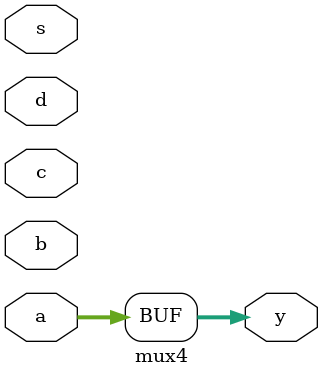
<source format=v>
module mux4 #(
    parameter reg WIDTH = 8
) (
    s,
    a,
    b,
    c,
    d,
    y
);

  input [1:0] s;
  input [WIDTH-1:0] a, b, c, d;
  output reg [WIDTH-1:0] y;

  always @(s or a or b or c or d) begin
    case (s)
      default y = a;
      0: y = a;
      1: y = b;
      2: y = c;
      3: y = d;
    endcase
  end

endmodule  //mux4

</source>
